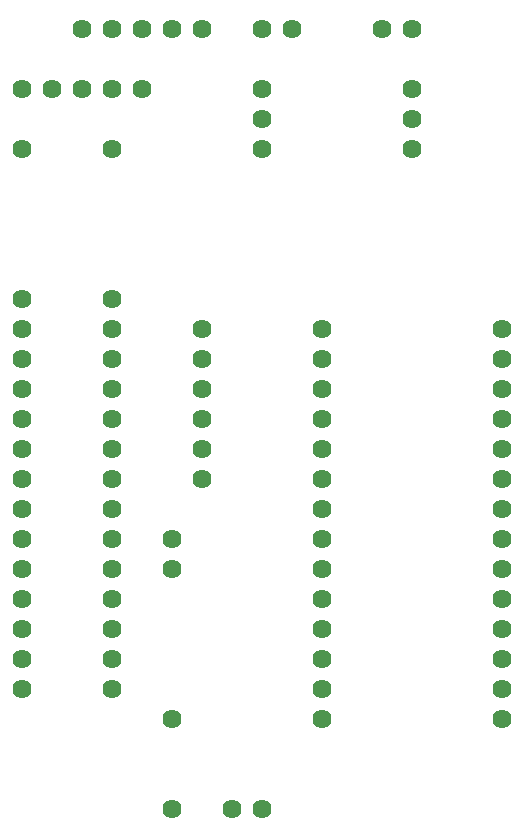
<source format=gbr>
%TF.GenerationSoftware,KiCad,Pcbnew,(5.1.6)-1*%
%TF.CreationDate,2020-07-27T10:52:52+09:00*%
%TF.ProjectId,gnss_logger,676e7373-5f6c-46f6-9767-65722e6b6963,rev?*%
%TF.SameCoordinates,Original*%
%TF.FileFunction,Soldermask,Bot*%
%TF.FilePolarity,Negative*%
%FSLAX46Y46*%
G04 Gerber Fmt 4.6, Leading zero omitted, Abs format (unit mm)*
G04 Created by KiCad (PCBNEW (5.1.6)-1) date 2020-07-27 10:52:52*
%MOMM*%
%LPD*%
G01*
G04 APERTURE LIST*
%ADD10C,1.624000*%
G04 APERTURE END LIST*
D10*
%TO.C,D1*%
X134620000Y-142240000D03*
X137160000Y-142240000D03*
%TD*%
%TO.C,U1*%
X124460000Y-99060000D03*
X124460000Y-101600000D03*
X124460000Y-104140000D03*
X124460000Y-106680000D03*
X124460000Y-109220000D03*
X124460000Y-111760000D03*
X124460000Y-114300000D03*
X124460000Y-116840000D03*
X124460000Y-119380000D03*
X124460000Y-121920000D03*
X124460000Y-124460000D03*
X124460000Y-127000000D03*
X124460000Y-129540000D03*
X124460000Y-132080000D03*
X116840000Y-132080000D03*
X116840000Y-129540000D03*
X116840000Y-127000000D03*
X116840000Y-124460000D03*
X116840000Y-121920000D03*
X116840000Y-119380000D03*
X116840000Y-116840000D03*
X116840000Y-114300000D03*
X116840000Y-111760000D03*
X116840000Y-109220000D03*
X116840000Y-106680000D03*
X116840000Y-104140000D03*
X116840000Y-101600000D03*
X116840000Y-99060000D03*
%TD*%
%TO.C,Q2*%
X132080000Y-114300000D03*
X132080000Y-111760000D03*
X132080000Y-109220000D03*
%TD*%
%TO.C,SW1*%
X137160000Y-86360000D03*
X137160000Y-83820000D03*
X137160000Y-81280000D03*
%TD*%
%TO.C,Q1*%
X132080000Y-106680000D03*
X132080000Y-104140000D03*
X132080000Y-101600000D03*
%TD*%
%TO.C,C1*%
X129540000Y-121920000D03*
X129540000Y-119380000D03*
%TD*%
%TO.C,F1*%
X137160000Y-76200000D03*
X139700000Y-76200000D03*
%TD*%
%TO.C,J2*%
X127000000Y-81280000D03*
X124460000Y-81280000D03*
X121920000Y-81280000D03*
X119380000Y-81280000D03*
X116840000Y-81280000D03*
%TD*%
%TO.C,J3*%
X132080000Y-76200000D03*
X129540000Y-76200000D03*
X127000000Y-76200000D03*
X124460000Y-76200000D03*
X121920000Y-76200000D03*
%TD*%
%TO.C,J4*%
X149860000Y-76200000D03*
X147320000Y-76200000D03*
%TD*%
%TO.C,J5*%
X142240000Y-101600000D03*
X142240000Y-104140000D03*
X142240000Y-106680000D03*
X142240000Y-109220000D03*
X142240000Y-111760000D03*
X142240000Y-114300000D03*
X142240000Y-116840000D03*
X142240000Y-119380000D03*
X142240000Y-121920000D03*
X142240000Y-124460000D03*
X142240000Y-127000000D03*
X142240000Y-129540000D03*
X142240000Y-132080000D03*
X142240000Y-134620000D03*
%TD*%
%TO.C,J6*%
X149860000Y-86360000D03*
X149860000Y-83820000D03*
X149860000Y-81280000D03*
%TD*%
%TO.C,J7*%
X157480000Y-101600000D03*
X157480000Y-104140000D03*
X157480000Y-106680000D03*
X157480000Y-109220000D03*
X157480000Y-111760000D03*
X157480000Y-114300000D03*
X157480000Y-116840000D03*
X157480000Y-119380000D03*
X157480000Y-121920000D03*
X157480000Y-124460000D03*
X157480000Y-127000000D03*
X157480000Y-129540000D03*
X157480000Y-132080000D03*
X157480000Y-134620000D03*
%TD*%
%TO.C,R1*%
X129540000Y-134620000D03*
X129540000Y-142240000D03*
%TD*%
%TO.C,R2*%
X116840000Y-86360000D03*
X124460000Y-86360000D03*
%TD*%
M02*

</source>
